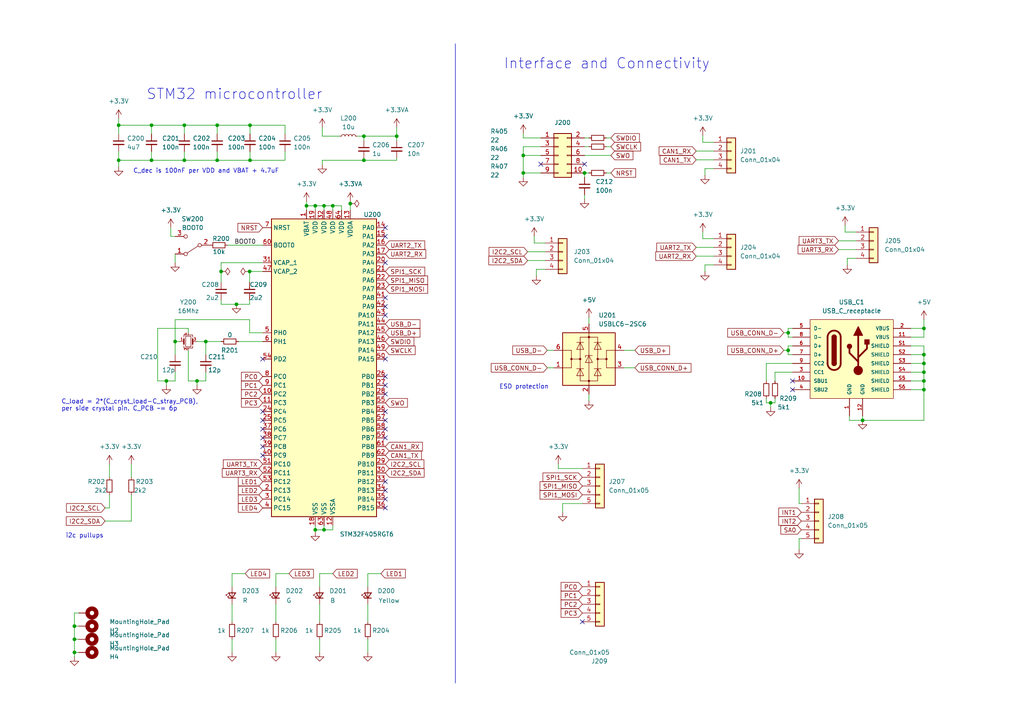
<source format=kicad_sch>
(kicad_sch (version 20230121) (generator eeschema)
  (paper "A4")
  (junction (at 267.97 105.41))
  (junction (at 62.992 36.322))
  (junction (at 59.69 99.06))
  (junction (at 34.417 36.322))
  (junction (at 72.517 36.322))
  (junction (at 53.467 36.322))
  (junction (at 62.992 46.482))
  (junction (at 72.39 78.74))
  (junction (at 101.6 59.055))
  (junction (at 68.58 88.265))
  (junction (at 267.97 95.25))
  (junction (at 267.97 102.87))
  (junction (at 267.97 107.95))
  (junction (at 105.537 39.497))
  (junction (at 43.942 46.482))
  (junction (at 88.9 59.69))
  (junction (at 96.52 59.69))
  (junction (at 91.44 59.69))
  (junction (at 93.98 153.67))
  (junction (at 72.517 46.482))
  (junction (at 43.942 36.322))
  (junction (at 267.97 113.03))
  (junction (at 48.26 110.49))
  (junction (at 53.467 46.482))
  (junction (at 21.59 185.42))
  (junction (at 223.52 116.84))
  (junction (at 34.417 46.482))
  (junction (at 91.44 153.67))
  (junction (at 93.98 59.69))
  (junction (at 64.135 78.74))
  (junction (at 250.19 121.92))
  (junction (at 21.59 189.23))
  (junction (at 267.97 110.49))
  (junction (at 105.537 46.482))
  (junction (at 115.062 39.497))
  (junction (at 228.6 101.6))
  (junction (at 50.8 99.06))
  (junction (at 151.765 50.165))
  (junction (at 57.15 110.49))
  (junction (at 169.545 50.165))
  (junction (at 151.765 45.085))
  (junction (at 228.6 96.52))
  (junction (at 21.59 181.61))
  (no_connect (at 76.2 121.92))
  (no_connect (at 111.76 119.38))
  (no_connect (at 111.76 88.9))
  (no_connect (at 111.76 91.44))
  (no_connect (at 111.76 114.3))
  (no_connect (at 111.76 147.32))
  (no_connect (at 111.76 139.7))
  (no_connect (at 111.76 109.22))
  (no_connect (at 76.2 129.54))
  (no_connect (at 168.91 180.34))
  (no_connect (at 229.87 110.49))
  (no_connect (at 76.2 124.46))
  (no_connect (at 169.545 47.625))
  (no_connect (at 111.76 142.24))
  (no_connect (at 111.76 68.58))
  (no_connect (at 111.76 104.14))
  (no_connect (at 76.2 119.38))
  (no_connect (at 111.76 124.46))
  (no_connect (at 111.76 76.2))
  (no_connect (at 76.2 104.14))
  (no_connect (at 76.2 132.08))
  (no_connect (at 111.76 111.76))
  (no_connect (at 111.76 127))
  (no_connect (at 111.76 66.04))
  (no_connect (at 156.845 47.625))
  (no_connect (at 76.2 127))
  (no_connect (at 111.76 86.36))
  (no_connect (at 229.87 113.03))
  (no_connect (at 111.76 144.78))
  (no_connect (at 111.76 121.92))
  (wire (pts (xy 62.992 46.482) (xy 53.467 46.482)))
  (wire (pts (xy 267.97 105.41) (xy 267.97 107.95)))
  (wire (pts (xy 207.01 41.275) (xy 203.835 41.275)))
  (wire (pts (xy 222.25 105.41) (xy 229.87 105.41)))
  (wire (pts (xy 169.545 56.515) (xy 169.545 57.785)))
  (wire (pts (xy 169.545 40.005) (xy 170.815 40.005)))
  (wire (pts (xy 62.992 36.322) (xy 53.467 36.322)))
  (wire (pts (xy 88.9 58.42) (xy 88.9 59.69)))
  (wire (pts (xy 169.545 50.165) (xy 169.545 51.435)))
  (wire (pts (xy 43.942 46.482) (xy 34.417 46.482)))
  (wire (pts (xy 21.59 181.61) (xy 21.59 185.42)))
  (wire (pts (xy 264.16 105.41) (xy 267.97 105.41)))
  (wire (pts (xy 223.52 116.84) (xy 222.25 116.84)))
  (wire (pts (xy 175.895 40.005) (xy 177.165 40.005)))
  (wire (pts (xy 21.59 185.42) (xy 21.59 189.23)))
  (wire (pts (xy 115.062 45.847) (xy 115.062 46.482)))
  (wire (pts (xy 267.97 113.03) (xy 267.97 121.92)))
  (wire (pts (xy 267.97 97.79) (xy 267.97 95.25)))
  (wire (pts (xy 59.69 99.06) (xy 64.135 99.06)))
  (wire (pts (xy 50.8 107.95) (xy 50.8 110.49)))
  (wire (pts (xy 21.59 189.23) (xy 22.86 189.23)))
  (wire (pts (xy 180.975 101.6) (xy 184.15 101.6)))
  (wire (pts (xy 232.41 156.21) (xy 231.775 156.21)))
  (wire (pts (xy 151.765 40.005) (xy 156.845 40.005)))
  (wire (pts (xy 69.215 99.06) (xy 76.2 99.06)))
  (wire (pts (xy 72.517 46.482) (xy 62.992 46.482)))
  (wire (pts (xy 264.16 100.33) (xy 267.97 100.33)))
  (wire (pts (xy 67.31 185.42) (xy 67.31 189.23)))
  (wire (pts (xy 151.765 45.085) (xy 151.765 50.165)))
  (wire (pts (xy 161.925 135.89) (xy 161.925 134.62)))
  (wire (pts (xy 72.517 43.942) (xy 72.517 46.482)))
  (wire (pts (xy 158.75 101.6) (xy 160.655 101.6)))
  (wire (pts (xy 158.75 106.68) (xy 160.655 106.68)))
  (wire (pts (xy 222.25 110.49) (xy 222.25 105.41)))
  (wire (pts (xy 57.15 110.49) (xy 59.69 110.49)))
  (wire (pts (xy 264.16 107.95) (xy 267.97 107.95)))
  (wire (pts (xy 170.815 114.3) (xy 170.815 116.205)))
  (wire (pts (xy 267.97 121.92) (xy 250.19 121.92)))
  (wire (pts (xy 267.97 95.25) (xy 267.97 92.71)))
  (wire (pts (xy 207.01 69.215) (xy 203.835 69.215)))
  (wire (pts (xy 80.01 175.26) (xy 80.01 180.34)))
  (wire (pts (xy 67.31 175.26) (xy 67.31 180.34)))
  (wire (pts (xy 115.062 39.497) (xy 105.537 39.497)))
  (wire (pts (xy 53.467 36.322) (xy 53.467 38.862)))
  (wire (pts (xy 267.97 107.95) (xy 267.97 110.49)))
  (wire (pts (xy 31.75 143.51) (xy 31.75 147.32)))
  (wire (pts (xy 245.11 67.31) (xy 245.11 65.405)))
  (wire (pts (xy 82.677 36.322) (xy 72.517 36.322)))
  (wire (pts (xy 227.33 101.6) (xy 228.6 101.6)))
  (wire (pts (xy 264.16 97.79) (xy 267.97 97.79)))
  (wire (pts (xy 83.82 166.37) (xy 80.01 166.37)))
  (wire (pts (xy 222.25 116.84) (xy 222.25 115.57)))
  (wire (pts (xy 45.72 110.49) (xy 48.26 110.49)))
  (wire (pts (xy 72.39 86.995) (xy 72.39 88.265)))
  (wire (pts (xy 228.6 96.52) (xy 228.6 95.25)))
  (wire (pts (xy 101.6 58.42) (xy 101.6 59.055)))
  (wire (pts (xy 53.467 46.482) (xy 43.942 46.482)))
  (wire (pts (xy 228.6 97.79) (xy 228.6 96.52)))
  (wire (pts (xy 264.16 102.87) (xy 267.97 102.87)))
  (wire (pts (xy 106.68 185.42) (xy 106.68 189.23)))
  (wire (pts (xy 204.47 76.835) (xy 204.47 78.74)))
  (wire (pts (xy 158.115 70.485) (xy 154.94 70.485)))
  (wire (pts (xy 169.545 42.545) (xy 170.815 42.545)))
  (wire (pts (xy 201.93 74.295) (xy 207.01 74.295)))
  (wire (pts (xy 99.06 59.69) (xy 96.52 59.69)))
  (wire (pts (xy 154.94 70.485) (xy 154.94 68.58)))
  (wire (pts (xy 96.52 59.69) (xy 93.98 59.69)))
  (wire (pts (xy 54.61 101.6) (xy 54.61 110.49)))
  (wire (pts (xy 92.71 185.42) (xy 92.71 189.23)))
  (wire (pts (xy 115.062 36.957) (xy 115.062 39.497)))
  (wire (pts (xy 72.39 78.74) (xy 76.2 78.74)))
  (wire (pts (xy 151.765 42.545) (xy 151.765 45.085)))
  (wire (pts (xy 59.69 107.95) (xy 59.69 110.49)))
  (wire (pts (xy 21.59 185.42) (xy 22.86 185.42)))
  (wire (pts (xy 71.12 166.37) (xy 67.31 166.37)))
  (wire (pts (xy 169.545 45.085) (xy 177.165 45.085)))
  (wire (pts (xy 53.467 36.322) (xy 43.942 36.322)))
  (wire (pts (xy 54.61 96.52) (xy 54.61 95.25)))
  (wire (pts (xy 64.135 88.265) (xy 68.58 88.265)))
  (wire (pts (xy 91.44 59.69) (xy 91.44 60.96)))
  (wire (pts (xy 92.71 166.37) (xy 92.71 170.18)))
  (wire (pts (xy 250.19 121.92) (xy 246.38 121.92)))
  (wire (pts (xy 72.39 88.265) (xy 68.58 88.265)))
  (wire (pts (xy 93.472 39.497) (xy 98.552 39.497)))
  (wire (pts (xy 243.205 72.39) (xy 248.285 72.39)))
  (wire (pts (xy 38.1 143.51) (xy 38.1 151.13)))
  (wire (pts (xy 62.992 43.942) (xy 62.992 46.482)))
  (wire (pts (xy 72.517 36.322) (xy 62.992 36.322)))
  (wire (pts (xy 106.68 175.26) (xy 106.68 180.34)))
  (wire (pts (xy 57.15 110.49) (xy 57.15 111.76)))
  (wire (pts (xy 54.61 95.25) (xy 45.72 95.25)))
  (wire (pts (xy 229.87 102.87) (xy 228.6 102.87)))
  (wire (pts (xy 93.472 46.482) (xy 105.537 46.482)))
  (wire (pts (xy 21.59 177.8) (xy 22.86 177.8)))
  (wire (pts (xy 224.79 115.57) (xy 224.79 116.84)))
  (wire (pts (xy 170.815 92.075) (xy 170.815 93.98)))
  (wire (pts (xy 228.6 102.87) (xy 228.6 101.6)))
  (wire (pts (xy 88.9 59.69) (xy 88.9 60.96)))
  (wire (pts (xy 228.6 100.33) (xy 229.87 100.33)))
  (wire (pts (xy 57.15 99.06) (xy 59.69 99.06)))
  (wire (pts (xy 115.062 40.767) (xy 115.062 39.497)))
  (wire (pts (xy 158.115 78.105) (xy 155.575 78.105)))
  (wire (pts (xy 64.135 86.995) (xy 64.135 88.265)))
  (wire (pts (xy 93.98 59.69) (xy 93.98 60.96)))
  (wire (pts (xy 245.745 74.93) (xy 245.745 76.835)))
  (wire (pts (xy 21.59 189.23) (xy 21.59 190.5)))
  (wire (pts (xy 228.6 101.6) (xy 228.6 100.33)))
  (wire (pts (xy 96.52 152.4) (xy 96.52 153.67)))
  (wire (pts (xy 224.79 110.49) (xy 224.79 107.95)))
  (wire (pts (xy 82.677 46.482) (xy 72.517 46.482)))
  (wire (pts (xy 59.69 99.06) (xy 59.69 102.87)))
  (wire (pts (xy 50.8 68.58) (xy 49.53 68.58)))
  (wire (pts (xy 99.06 60.96) (xy 99.06 59.69)))
  (wire (pts (xy 203.835 69.215) (xy 203.835 67.31)))
  (wire (pts (xy 264.16 110.49) (xy 267.97 110.49)))
  (wire (pts (xy 207.01 76.835) (xy 204.47 76.835)))
  (wire (pts (xy 246.38 121.92) (xy 246.38 120.65)))
  (wire (pts (xy 92.71 175.26) (xy 92.71 180.34)))
  (wire (pts (xy 30.48 147.32) (xy 31.75 147.32)))
  (wire (pts (xy 156.845 42.545) (xy 151.765 42.545)))
  (wire (pts (xy 82.677 38.862) (xy 82.677 36.322)))
  (wire (pts (xy 156.845 50.165) (xy 151.765 50.165)))
  (wire (pts (xy 101.6 59.055) (xy 101.6 60.96)))
  (wire (pts (xy 93.98 152.4) (xy 93.98 153.67)))
  (wire (pts (xy 223.52 116.84) (xy 223.52 118.11)))
  (wire (pts (xy 201.93 46.355) (xy 207.01 46.355)))
  (wire (pts (xy 105.537 39.497) (xy 105.537 40.767)))
  (wire (pts (xy 21.59 181.61) (xy 22.86 181.61)))
  (wire (pts (xy 93.472 47.752) (xy 93.472 46.482)))
  (wire (pts (xy 267.97 102.87) (xy 267.97 105.41)))
  (wire (pts (xy 53.467 43.942) (xy 53.467 46.482)))
  (wire (pts (xy 96.52 59.69) (xy 96.52 60.96)))
  (wire (pts (xy 96.52 153.67) (xy 93.98 153.67)))
  (wire (pts (xy 115.062 46.482) (xy 105.537 46.482)))
  (polyline (pts (xy 132.08 12.7) (xy 132.08 198.12)))
  (wire (pts (xy 203.835 41.275) (xy 203.835 39.37)))
  (wire (pts (xy 43.942 36.322) (xy 43.942 38.862)))
  (wire (pts (xy 31.75 134.62) (xy 31.75 138.43)))
  (wire (pts (xy 201.93 43.815) (xy 207.01 43.815)))
  (wire (pts (xy 62.992 36.322) (xy 62.992 38.862)))
  (wire (pts (xy 21.59 181.61) (xy 21.59 177.8)))
  (wire (pts (xy 43.942 43.942) (xy 43.942 46.482)))
  (wire (pts (xy 163.195 146.05) (xy 163.195 148.59)))
  (wire (pts (xy 201.93 71.755) (xy 207.01 71.755)))
  (wire (pts (xy 153.035 75.565) (xy 158.115 75.565)))
  (wire (pts (xy 72.517 36.322) (xy 72.517 38.862)))
  (wire (pts (xy 80.01 166.37) (xy 80.01 170.18)))
  (wire (pts (xy 93.472 36.957) (xy 93.472 39.497)))
  (wire (pts (xy 155.575 78.105) (xy 155.575 80.01)))
  (wire (pts (xy 168.91 135.89) (xy 161.925 135.89)))
  (wire (pts (xy 204.47 48.895) (xy 204.47 50.8)))
  (wire (pts (xy 52.07 99.06) (xy 50.8 99.06)))
  (wire (pts (xy 72.39 92.71) (xy 50.8 92.71)))
  (wire (pts (xy 34.417 34.417) (xy 34.417 36.322)))
  (wire (pts (xy 50.8 99.06) (xy 50.8 102.87)))
  (wire (pts (xy 231.775 141.605) (xy 231.775 146.05)))
  (wire (pts (xy 175.895 42.545) (xy 177.165 42.545)))
  (wire (pts (xy 267.97 100.33) (xy 267.97 102.87)))
  (wire (pts (xy 43.942 36.322) (xy 34.417 36.322)))
  (wire (pts (xy 248.285 67.31) (xy 245.11 67.31)))
  (wire (pts (xy 264.16 113.03) (xy 267.97 113.03)))
  (wire (pts (xy 67.31 166.37) (xy 67.31 170.18)))
  (wire (pts (xy 50.8 73.66) (xy 50.8 76.2)))
  (wire (pts (xy 34.417 43.942) (xy 34.417 46.482)))
  (wire (pts (xy 38.1 134.62) (xy 38.1 138.43)))
  (wire (pts (xy 91.44 152.4) (xy 91.44 153.67)))
  (wire (pts (xy 48.26 110.49) (xy 48.26 111.76)))
  (wire (pts (xy 34.417 46.482) (xy 34.417 48.387)))
  (wire (pts (xy 64.135 78.74) (xy 64.135 76.2)))
  (wire (pts (xy 72.39 96.52) (xy 72.39 92.71)))
  (wire (pts (xy 267.97 110.49) (xy 267.97 113.03)))
  (wire (pts (xy 168.91 146.05) (xy 163.195 146.05)))
  (wire (pts (xy 91.44 59.69) (xy 88.9 59.69)))
  (wire (pts (xy 151.765 50.165) (xy 151.765 51.435)))
  (wire (pts (xy 106.68 166.37) (xy 106.68 170.18)))
  (wire (pts (xy 228.6 95.25) (xy 229.87 95.25)))
  (wire (pts (xy 250.19 120.65) (xy 250.19 121.92)))
  (wire (pts (xy 80.01 185.42) (xy 80.01 189.23)))
  (wire (pts (xy 229.87 97.79) (xy 228.6 97.79)))
  (wire (pts (xy 72.39 81.915) (xy 72.39 78.74)))
  (wire (pts (xy 224.79 116.84) (xy 223.52 116.84)))
  (wire (pts (xy 243.205 69.85) (xy 248.285 69.85)))
  (wire (pts (xy 50.8 110.49) (xy 48.26 110.49)))
  (wire (pts (xy 76.2 96.52) (xy 72.39 96.52)))
  (wire (pts (xy 105.537 46.482) (xy 105.537 45.847)))
  (wire (pts (xy 105.537 39.497) (xy 103.632 39.497)))
  (wire (pts (xy 91.44 153.67) (xy 91.44 154.305)))
  (wire (pts (xy 54.61 110.49) (xy 57.15 110.49)))
  (wire (pts (xy 175.895 50.165) (xy 177.165 50.165)))
  (wire (pts (xy 231.775 156.21) (xy 231.775 159.385)))
  (wire (pts (xy 151.765 45.085) (xy 156.845 45.085)))
  (wire (pts (xy 45.72 95.25) (xy 45.72 110.49)))
  (wire (pts (xy 38.1 151.13) (xy 30.48 151.13)))
  (wire (pts (xy 82.677 43.942) (xy 82.677 46.482)))
  (wire (pts (xy 224.79 107.95) (xy 229.87 107.95)))
  (wire (pts (xy 169.545 50.165) (xy 170.815 50.165)))
  (wire (pts (xy 34.417 36.322) (xy 34.417 38.862)))
  (wire (pts (xy 64.135 81.915) (xy 64.135 78.74)))
  (wire (pts (xy 110.49 166.37) (xy 106.68 166.37)))
  (wire (pts (xy 151.765 38.735) (xy 151.765 40.005)))
  (wire (pts (xy 180.975 106.68) (xy 184.15 106.68)))
  (wire (pts (xy 227.33 96.52) (xy 228.6 96.52)))
  (wire (pts (xy 93.98 153.67) (xy 91.44 153.67)))
  (wire (pts (xy 96.52 166.37) (xy 92.71 166.37)))
  (wire (pts (xy 248.285 74.93) (xy 245.745 74.93)))
  (wire (pts (xy 231.775 146.05) (xy 232.41 146.05)))
  (wire (pts (xy 66.04 71.12) (xy 76.2 71.12)))
  (wire (pts (xy 50.8 92.71) (xy 50.8 99.06)))
  (wire (pts (xy 49.53 68.58) (xy 49.53 66.04)))
  (wire (pts (xy 207.01 48.895) (xy 204.47 48.895)))
  (wire (pts (xy 93.98 59.69) (xy 91.44 59.69)))
  (wire (pts (xy 264.16 95.25) (xy 267.97 95.25)))
  (wire (pts (xy 153.035 73.025) (xy 158.115 73.025)))
  (wire (pts (xy 64.135 76.2) (xy 76.2 76.2)))
  (text "Interface and Connectivity\n" (at 146.05 20.32 0) (effects (font (size 3 3)) (justify left bottom)))
  (text "i2c pullups" (at 19.05 156.21 0) (effects (font (size 1.27 1.27)) (justify left bottom)))
  (text "C_load = 2*(C_cryst_load-C_stray_PCB),\nper side crystal pin. C_PCB ~= 6p\n" (at 17.78 119.38 0) (effects (font (size 1.27 1.27)) (justify left bottom)))
  (text "ESD protection" (at 144.78 113.03 0) (effects (font (size 1.27 1.27)) (justify left bottom)))
  (text "STM32 microcontroller\n" (at 42.418 29.21 0) (effects (font (size 3 3)) (justify left bottom)))
  (text "C_dec is 100nF per VDD and VBAT + 4.7uF\n" (at 38.608 50.419 0) (effects (font (size 1.27 1.27)) (justify left bottom)))
  (label "BOOT0" (at 67.945 71.12 0))
  (global_label "SWCLK" (shape input) (at 177.165 42.545 0) (property "Intersheetrefs" "${INTERSHEET_REFS}" (effects hide)))
  (global_label "USB_CONN_D+" (shape input) (at 184.15 106.68 0) (property "Intersheetrefs" "${INTERSHEET_REFS}" (effects hide)))
  (global_label "PC1" (shape input) (at 76.2 111.76 180) (property "Intersheetrefs" "${INTERSHEET_REFS}" (effects hide)))
  (global_label "CAN1_TX" (shape input) (at 111.76 132.08 0) (property "Intersheetrefs" "${INTERSHEET_REFS}" (effects hide)))
  (global_label "USB_CONN_D+" (shape input) (at 227.33 101.6 180) (property "Intersheetrefs" "${INTERSHEET_REFS}" (effects hide)))
  (global_label "CAN1_RX" (shape input) (at 201.93 43.815 180) (property "Intersheetrefs" "${INTERSHEET_REFS}" (effects hide)))
  (global_label "SPI1_MOSI" (shape input) (at 168.91 143.51 180) (property "Intersheetrefs" "${INTERSHEET_REFS}" (effects hide)))
  (global_label "LED2" (shape input) (at 96.52 166.37 0) (property "Intersheetrefs" "${INTERSHEET_REFS}" (effects hide)))
  (global_label "INT1" (shape input) (at 232.41 148.59 180) (property "Intersheetrefs" "${INTERSHEET_REFS}" (effects hide)))
  (global_label "I2C2_SDA" (shape input) (at 111.76 137.16 0) (property "Intersheetrefs" "${INTERSHEET_REFS}" (effects hide)))
  (global_label "LED1" (shape input) (at 110.49 166.37 0) (property "Intersheetrefs" "${INTERSHEET_REFS}" (effects hide)))
  (global_label "USB_D+" (shape input) (at 111.76 96.52 0) (property "Intersheetrefs" "${INTERSHEET_REFS}" (effects hide)))
  (global_label "USB_D-" (shape input) (at 111.76 93.98 0) (property "Intersheetrefs" "${INTERSHEET_REFS}" (effects hide)))
  (global_label "PC0" (shape input) (at 76.2 109.22 180) (property "Intersheetrefs" "${INTERSHEET_REFS}" (effects hide)))
  (global_label "I2C2_SDA" (shape input) (at 153.035 75.565 180) (property "Intersheetrefs" "${INTERSHEET_REFS}" (effects hide)))
  (global_label "UART3_TX" (shape input) (at 243.205 69.85 180) (property "Intersheetrefs" "${INTERSHEET_REFS}" (effects hide)))
  (global_label "SWO" (shape input) (at 177.165 45.085 0) (property "Intersheetrefs" "${INTERSHEET_REFS}" (effects hide)))
  (global_label "NRST" (shape input) (at 177.165 50.165 0) (property "Intersheetrefs" "${INTERSHEET_REFS}" (effects hide)))
  (global_label "UART3_TX" (shape input) (at 76.2 134.62 180) (property "Intersheetrefs" "${INTERSHEET_REFS}" (effects hide)))
  (global_label "SPI1_MISO" (shape input) (at 168.91 140.97 180) (property "Intersheetrefs" "${INTERSHEET_REFS}" (effects hide)))
  (global_label "PC2" (shape input) (at 168.91 175.26 180) (property "Intersheetrefs" "${INTERSHEET_REFS}" (effects hide)))
  (global_label "LED3" (shape input) (at 76.2 144.78 180) (property "Intersheetrefs" "${INTERSHEET_REFS}" (effects hide)))
  (global_label "SPI1_MOSI" (shape input) (at 111.76 83.82 0) (property "Intersheetrefs" "${INTERSHEET_REFS}" (effects hide)))
  (global_label "I2C2_SCL" (shape input) (at 30.48 147.32 180) (property "Intersheetrefs" "${INTERSHEET_REFS}" (effects hide)))
  (global_label "SPI1_SCK" (shape input) (at 111.76 78.74 0) (property "Intersheetrefs" "${INTERSHEET_REFS}" (effects hide)))
  (global_label "UART2_TX" (shape input) (at 201.93 71.755 180) (property "Intersheetrefs" "${INTERSHEET_REFS}" (effects hide)))
  (global_label "NRST" (shape input) (at 76.2 66.04 180) (property "Intersheetrefs" "${INTERSHEET_REFS}" (effects hide)))
  (global_label "USB_CONN_D-" (shape input) (at 227.33 96.52 180) (property "Intersheetrefs" "${INTERSHEET_REFS}" (effects hide)))
  (global_label "UART3_RX" (shape input) (at 76.2 137.16 180) (property "Intersheetrefs" "${INTERSHEET_REFS}" (effects hide)))
  (global_label "LED1" (shape input) (at 76.2 139.7 180) (property "Intersheetrefs" "${INTERSHEET_REFS}" (effects hide)))
  (global_label "PC3" (shape input) (at 168.91 177.8 180) (property "Intersheetrefs" "${INTERSHEET_REFS}" (effects hide)))
  (global_label "CAN1_RX" (shape input) (at 111.76 129.54 0) (property "Intersheetrefs" "${INTERSHEET_REFS}" (effects hide)))
  (global_label "I2C2_SCL" (shape input) (at 153.035 73.025 180) (property "Intersheetrefs" "${INTERSHEET_REFS}" (effects hide)))
  (global_label "INT2" (shape input) (at 232.41 151.13 180) (property "Intersheetrefs" "${INTERSHEET_REFS}" (effects hide)))
  (global_label "UART3_RX" (shape input) (at 243.205 72.39 180) (property "Intersheetrefs" "${INTERSHEET_REFS}" (effects hide)))
  (global_label "SWDIO" (shape input) (at 111.76 99.06 0) (property "Intersheetrefs" "${INTERSHEET_REFS}" (effects hide)))
  (global_label "PC0" (shape input) (at 168.91 170.18 180) (property "Intersheetrefs" "${INTERSHEET_REFS}" (effects hide)))
  (global_label "USB_D-" (shape input) (at 158.75 101.6 180) (property "Intersheetrefs" "${INTERSHEET_REFS}" (effects hide)))
  (global_label "UART2_TX" (shape input) (at 111.76 71.12 0) (property "Intersheetrefs" "${INTERSHEET_REFS}" (effects hide)))
  (global_label "I2C2_SCL" (shape input) (at 111.76 134.62 0) (property "Intersheetrefs" "${INTERSHEET_REFS}" (effects hide)))
  (global_label "USB_D+" (shape input) (at 184.15 101.6 0) (property "Intersheetrefs" "${INTERSHEET_REFS}" (effects hide)))
  (global_label "USB_CONN_D-" (shape input) (at 158.75 106.68 180) (property "Intersheetrefs" "${INTERSHEET_REFS}" (effects hide)))
  (global_label "UART2_RX" (shape input) (at 111.76 73.66 0) (property "Intersheetrefs" "${INTERSHEET_REFS}" (effects hide)))
  (global_label "PC2" (shape input) (at 76.2 114.3 180) (property "Intersheetrefs" "${INTERSHEET_REFS}" (effects hide)))
  (global_label "SWO" (shape input) (at 111.76 116.84 0) (property "Intersheetrefs" "${INTERSHEET_REFS}" (effects hide)))
  (global_label "LED3" (shape input) (at 83.82 166.37 0) (property "Intersheetrefs" "${INTERSHEET_REFS}" (effects hide)))
  (global_label "CAN1_TX" (shape input) (at 201.93 46.355 180) (property "Intersheetrefs" "${INTERSHEET_REFS}" (effects hide)))
  (global_label "PC3" (shape input) (at 76.2 116.84 180) (property "Intersheetrefs" "${INTERSHEET_REFS}" (effects hide)))
  (global_label "PC1" (shape input) (at 168.91 172.72 180) (property "Intersheetrefs" "${INTERSHEET_REFS}" (effects hide)))
  (global_label "LED2" (shape input) (at 76.2 142.24 180) (property "Intersheetrefs" "${INTERSHEET_REFS}" (effects hide)))
  (global_label "I2C2_SDA" (shape input) (at 30.48 151.13 180) (property "Intersheetrefs" "${INTERSHEET_REFS}" (effects hide)))
  (global_label "LED4" (shape input) (at 71.12 166.37 0) (property "Intersheetrefs" "${INTERSHEET_REFS}" (effects hide)))
  (global_label "SPI1_SCK" (shape input) (at 168.91 138.43 180) (property "Intersheetrefs" "${INTERSHEET_REFS}" (effects hide)))
  (global_label "SA0" (shape input) (at 232.41 153.67 180) (property "Intersheetrefs" "${INTERSHEET_REFS}" (effects hide)))
  (global_label "SWCLK" (shape input) (at 111.76 101.6 0) (property "Intersheetrefs" "${INTERSHEET_REFS}" (effects hide)))
  (global_label "SPI1_MISO" (shape input) (at 111.76 81.28 0) (property "Intersheetrefs" "${INTERSHEET_REFS}" (effects hide)))
  (global_label "SWDIO" (shape input) (at 177.165 40.005 0) (property "Intersheetrefs" "${INTERSHEET_REFS}" (effects hide)))
  (global_label "LED4" (shape input) (at 76.2 147.32 180) (property "Intersheetrefs" "${INTERSHEET_REFS}" (effects hide)))
  (global_label "UART2_RX" (shape input) (at 201.93 74.295 180) (property "Intersheetrefs" "${INTERSHEET_REFS}" (effects hide)))
  (symbol (lib_id "power:GND") (at 163.195 148.59 0) (unit 1)
    (property "Reference" "#PWR0159" (effects hide))
    (property "Value" "GND" (effects hide))
  )
  (symbol (lib_id "power:GND") (at 231.775 159.385 0) (unit 1)
    (property "Reference" "#PWR0161" (effects hide))
    (property "Value" "GND" (effects hide))
  )
  (symbol (lib_id "Mechanical:MountingHole_Pad") (at 25.4 185.42 270) (unit 1)
    (property "Reference" "H3" (at 31.75 186.69 90) (effects (justify left)))
    (property "Value" "MountingHole_Pad" (at 31.75 184.15 90) (effects (justify left)))
    (property "Footprint" "MountingHole:MountingHole_3.2mm_M3_Pad_Via" (effects hide))
  )
  (symbol (lib_id "power:+3.3V") (at 31.75 134.62 0) (unit 1)
    (property "Reference" "#PWR0128" (effects hide))
    (property "Value" "+3.3V" (at 31.75 129.54 0))
  )
  (symbol (lib_id "power:GND") (at 67.31 189.23 0) (unit 1)
    (property "Reference" "#PWR0137" (effects hide))
    (property "Value" "GND" (effects hide))
  )
  (symbol (lib_id "Device:R_Small") (at 222.25 113.03 180) (unit 1)
    (property "Reference" "R208" (at 218.44 114.3 0))
    (property "Value" "5k1" (at 219.71 116.84 0))
    (property "Footprint" "Resistor_SMD:R_0603_1608Metric" (effects hide))
    (property "PARTREV" "C25804" (effects hide))
  )
  (symbol (lib_id "power:+5V") (at 267.97 92.71 0) (unit 1)
    (property "Reference" "#PWR0151" (effects hide))
    (property "Value" "+5V" (at 267.97 87.63 0))
  )
  (symbol (lib_id "Device:LED_Small") (at 67.31 172.72 90) (unit 1)
    (property "Reference" "D203" (at 70.104 171.3864 90) (effects (justify right)))
    (property "Value" "R" (at 70.358 174.1804 90) (effects (justify right)))
    (property "Footprint" "LED_SMD:LED_0603_1608Metric" (effects hide))
    (property "PARTREV" "C84256" (effects hide))
  )
  (symbol (lib_id "power:PWR_FLAG") (at 101.6 59.055 270) (unit 1)
    (property "Reference" "#FLG0105" (effects hide))
    (property "Value" "PWR_FLAG" (effects hide))
  )
  (symbol (lib_id "power:+3.3V") (at 203.835 67.31 0) (unit 1)
    (property "Reference" "#PWR0144" (effects hide))
    (property "Value" "+3.3V" (at 203.835 62.23 0))
  )
  (symbol (lib_id "power:GND") (at 91.44 154.305 0) (unit 1)
    (property "Reference" "#PWR0132" (effects hide))
    (property "Value" "GND" (effects hide))
  )
  (symbol (lib_id "Connector_Generic:Conn_01x04") (at 163.195 73.025 0) (unit 1)
    (property "Reference" "J203" (at 166.37 73.0249 0) (effects (justify left)))
    (property "Value" "Conn_01x04" (at 166.37 75.5649 0) (effects (justify left)))
    (property "Footprint" "Connector_PinSocket_2.54mm:PinSocket_1x04_P2.54mm_Vertical" (effects hide))
  )
  (symbol (lib_id "power:PWR_FLAG") (at 64.135 78.74 270) (unit 1)
    (property "Reference" "#FLG0103" (effects hide))
    (property "Value" "PWR_FLAG" (effects hide))
  )
  (symbol (lib_id "power:GND") (at 48.26 111.76 0) (unit 1)
    (property "Reference" "#PWR0126" (effects hide))
    (property "Value" "GND" (effects hide))
  )
  (symbol (lib_id "Device:C_Small") (at 53.467 41.402 0) (unit 1)
    (property "Reference" "C202" (at 55.88 40.1382 0) (effects (justify left)))
    (property "Value" "100n" (at 55.88 42.6782 0) (effects (justify left)))
    (property "Footprint" "Capacitor_SMD:C_0603_1608Metric" (effects hide))
    (property "PARTREV" "C14663" (effects hide))
  )
  (symbol (lib_id "power:GND") (at 151.765 51.435 0) (unit 1)
    (property "Reference" "#PWR0140" (effects hide))
    (property "Value" "GND" (effects hide))
  )
  (symbol (lib_id "Connector_Generic:Conn_01x04") (at 212.09 71.755 0) (unit 1)
    (property "Reference" "J204" (at 214.63 71.7549 0) (effects (justify left)))
    (property "Value" "Conn_01x04" (at 214.63 74.2949 0) (effects (justify left)))
    (property "Footprint" "Connector_PinSocket_2.54mm:PinSocket_1x04_P2.54mm_Vertical" (effects hide))
  )
  (symbol (lib_id "Device:C_Small") (at 72.517 41.402 0) (unit 1)
    (property "Reference" "C204" (at 74.93 40.1382 0) (effects (justify left)))
    (property "Value" "100n" (at 74.93 42.6782 0) (effects (justify left)))
    (property "Footprint" "Capacitor_SMD:C_0603_1608Metric" (effects hide))
    (property "PARTREV" "C14663" (effects hide))
  )
  (symbol (lib_id "Mechanical:MountingHole_Pad") (at 25.4 177.8 270) (unit 1)
    (property "Reference" "H1" (effects hide))
    (property "Value" "MountingHole_Pad" (effects hide))
    (property "Footprint" "MountingHole:MountingHole_3.2mm_M3_Pad_Via" (effects hide))
  )
  (symbol (lib_id "Device:R_Small") (at 173.355 50.165 90) (unit 1)
    (property "Reference" "R407" (at 144.78 48.26 90))
    (property "Value" "22" (at 143.51 50.8 90))
    (property "Footprint" "Resistor_SMD:R_0603_1608Metric" (effects hide))
    (property "PARTREV" "C227717" (effects hide))
  )
  (symbol (lib_id "power:+5V") (at 170.815 92.075 0) (unit 1)
    (property "Reference" "#PWR0154" (effects hide))
    (property "Value" "+5V" (at 170.815 86.995 0))
  )
  (symbol (lib_id "power:GND") (at 50.8 76.2 0) (unit 1)
    (property "Reference" "#PWR0121" (effects hide))
    (property "Value" "GND" (effects hide))
  )
  (symbol (lib_id "power:+3.3VA") (at 101.6 58.42 0) (unit 1)
    (property "Reference" "#PWR0122" (effects hide))
    (property "Value" "+3.3VA" (at 101.6 53.34 0))
  )
  (symbol (lib_id "Device:R_Small") (at 80.01 182.88 180) (unit 1)
    (property "Reference" "R206" (at 83.82 182.88 0))
    (property "Value" "1k" (at 76.962 182.88 0))
    (property "Footprint" "Resistor_SMD:R_0603_1608Metric" (effects hide))
    (property "PARTREV" "C25804" (effects hide))
  )
  (symbol (lib_id "Connector_Generic:Conn_01x05") (at 173.99 140.97 0) (unit 1)
    (property "Reference" "J207" (at 176.53 139.6999 0) (effects (justify left)))
    (property "Value" "Conn_01x05" (at 176.53 142.2399 0) (effects (justify left)))
    (property "Footprint" "Connector_PinSocket_2.54mm:PinSocket_1x05_P2.54mm_Vertical" (effects hide))
  )
  (symbol (lib_id "power:+3.3VA") (at 115.062 36.957 0) (unit 1)
    (property "Reference" "#PWR0125" (effects hide))
    (property "Value" "+3.3VA" (at 115.062 31.877 0))
  )
  (symbol (lib_id "power:GND") (at 68.58 88.265 0) (unit 1)
    (property "Reference" "#PWR0120" (effects hide))
    (property "Value" "GND" (effects hide))
  )
  (symbol (lib_id "power:GND") (at 106.68 189.23 0) (unit 1)
    (property "Reference" "#PWR0135" (effects hide))
    (property "Value" "GND" (effects hide))
  )
  (symbol (lib_id "power:+3.3V") (at 88.9 58.42 0) (unit 1)
    (property "Reference" "#PWR0134" (effects hide))
    (property "Value" "+3.3V" (at 88.9 53.34 0))
  )
  (symbol (lib_id "Mechanical:MountingHole_Pad") (at 25.4 189.23 270) (unit 1)
    (property "Reference" "H4" (at 31.75 190.5 90) (effects (justify left)))
    (property "Value" "MountingHole_Pad" (at 31.75 187.96 90) (effects (justify left)))
    (property "Footprint" "MountingHole:MountingHole_3.2mm_M3_Pad_Via" (effects hide))
  )
  (symbol (lib_id "Power_Protection:USBLC6-2SC6") (at 170.815 104.14 0) (unit 1)
    (property "Reference" "U201" (at 173.5837 91.44 0) (effects (justify left)))
    (property "Value" "USBLC6-2SC6" (at 173.5837 93.98 0) (effects (justify left)))
    (property "Footprint" "Package_TO_SOT_SMD:SOT-23-6" (effects hide))
    (property "Datasheet" "https://www.st.com/resource/en/datasheet/usblc6-2.pdf" (effects hide))
    (property "PARTREV" "C5261088" (effects hide))
    (property "Mouser" "511-USBLC6-2SC6" (effects hide))
  )
  (symbol (lib_id "Device:C_Small") (at 82.677 41.402 0) (unit 1)
    (property "Reference" "C205" (at 85.09 40.1382 0) (effects (justify left)))
    (property "Value" "100n" (at 85.09 42.6782 0) (effects (justify left)))
    (property "Footprint" "Capacitor_SMD:C_0603_1608Metric" (effects hide))
    (property "PARTREV" "C14663" (effects hide))
  )
  (symbol (lib_id "Connector_Generic:Conn_01x04") (at 212.09 43.815 0) (unit 1)
    (property "Reference" "J201" (at 214.63 43.8149 0) (effects (justify left)))
    (property "Value" "Conn_01x04" (at 214.63 46.3549 0) (effects (justify left)))
    (property "Footprint" "Connector_PinSocket_2.54mm:PinSocket_1x04_P2.54mm_Vertical" (effects hide))
  )
  (symbol (lib_id "power:+3.3V") (at 231.775 141.605 0) (unit 1)
    (property "Reference" "#PWR0162" (effects hide))
    (property "Value" "+3.3V" (at 231.775 136.525 0))
  )
  (symbol (lib_id "power:+3.3V") (at 49.53 66.04 0) (unit 1)
    (property "Reference" "#PWR0133" (effects hide))
    (property "Value" "+3.3V" (at 49.53 60.96 0))
  )
  (symbol (lib_id "Device:Crystal_GND24_Small") (at 54.61 99.06 0) (unit 1)
    (property "Reference" "Y200" (at 54.61 87.63 0))
    (property "Value" "16Mhz" (at 54.61 90.17 0))
    (property "Footprint" "Crystal:Crystal_SMD_3225-4Pin_3.2x2.5mm" (effects hide))
    (property "PARTREV" "C13738" (effects hide))
    (property "Mouser" "815-ASEAIG-16MHZ-CST" (effects hide))
  )
  (symbol (lib_id "Device:LED_Small") (at 92.71 172.72 90) (unit 1)
    (property "Reference" "D201" (at 95.504 171.3864 90) (effects (justify right)))
    (property "Value" "B" (at 95.758 174.1804 90) (effects (justify right)))
    (property "Footprint" "LED_SMD:LED_0603_1608Metric" (effects hide))
    (property "PARTREV" "C84256" (effects hide))
  )
  (symbol (lib_id "Device:C_Small") (at 62.992 41.402 0) (unit 1)
    (property "Reference" "C203" (at 66.04 40.1382 0) (effects (justify left)))
    (property "Value" "100n" (at 66.04 42.6782 0) (effects (justify left)))
    (property "Footprint" "Capacitor_SMD:C_0603_1608Metric" (effects hide))
    (property "PARTREV" "C14663" (effects hide))
  )
  (symbol (lib_id "power:GND") (at 204.47 50.8 0) (unit 1)
    (property "Reference" "#PWR0143" (effects hide))
    (property "Value" "GND" (effects hide))
  )
  (symbol (lib_id "Device:R_Small") (at 92.71 182.88 180) (unit 1)
    (property "Reference" "R205" (at 96.52 182.88 0))
    (property "Value" "1k" (at 89.662 182.88 0))
    (property "Footprint" "Resistor_SMD:R_0603_1608Metric" (effects hide))
    (property "PARTREV" "C25804" (effects hide))
  )
  (symbol (lib_id "Device:R_Small") (at 173.355 42.545 90) (unit 1)
    (property "Reference" "R406" (at 144.78 43.18 90))
    (property "Value" "22" (at 143.51 45.72 90))
    (property "Footprint" "Resistor_SMD:R_0603_1608Metric" (effects hide))
    (property "PARTREV" "C227717" (effects hide))
  )
  (symbol (lib_id "DX07S016JA1R1500:USB_C_receptacle") (at 248.92 102.87 0) (unit 1)
    (property "Reference" "USB_C1" (at 247.015 87.63 0))
    (property "Value" "USB_C_receptacle" (at 247.015 90.17 0))
    (property "Footprint" "USB_C_Receptacle_DX07S016JA1R1500:JAE_DX07S016JA1R1500" (effects hide))
    (property "MAXIMUM_PACKAGE_HEIGHT" "3.31 mm" (effects hide))
    (property "STANDARD" "Manufacturer Recommendations" (effects hide))
    (property "PARTREV" "C5261088" (effects hide))
    (property "MANUFACTURER" "JAE Industry Ltd." (effects hide))
    (property "Mouser" "656-DX07S016JA1R1500" (effects hide))
  )
  (symbol (lib_id "Device:R_Small") (at 67.31 182.88 180) (unit 1)
    (property "Reference" "R207" (at 71.12 182.88 0))
    (property "Value" "1k" (at 64.262 182.88 0))
    (property "Footprint" "Resistor_SMD:R_0603_1608Metric" (effects hide))
    (property "PARTREV" "C25804" (effects hide))
  )
  (symbol (lib_id "power:GND") (at 223.52 118.11 0) (unit 1)
    (property "Reference" "#PWR0150" (effects hide))
    (property "Value" "GND" (effects hide))
  )
  (symbol (lib_id "MCU_ST_STM32F4:STM32F405RGTx") (at 93.98 106.68 0) (unit 1)
    (property "Reference" "U200" (at 105.41 62.23 0) (effects (justify left)))
    (property "Value" "STM32F405RGT6" (at 98.5394 154.94 0) (effects (justify left)))
    (property "Footprint" "Package_QFP:LQFP-64_10x10mm_P0.5mm" (effects hide))
    (property "Datasheet" "http://www.st.com/st-web-ui/static/active/en/resource/technical/document/datasheet/DM00037051.pdf" (effects hide))
    (property "PARTREV" "C15742" (effects hide))
    (property "Mouser" "511-STM32F405RGT6" (effects hide))
  )
  (symbol (lib_id "Device:R_Small") (at 63.5 71.12 90) (unit 1)
    (property "Reference" "R200" (at 64.135 69.215 90))
    (property "Value" "10k" (at 63.5 73.025 90))
    (property "Footprint" "Resistor_SMD:R_0603_1608Metric" (effects hide))
    (property "PARTREV" "C25804" (effects hide))
  )
  (symbol (lib_id "power:GND") (at 155.575 80.01 0) (unit 1)
    (property "Reference" "#PWR0153" (effects hide))
    (property "Value" "GND" (effects hide))
  )
  (symbol (lib_id "power:+3.3V") (at 203.835 39.37 0) (unit 1)
    (property "Reference" "#PWR0142" (effects hide))
    (property "Value" "+3.3V" (at 203.835 34.29 0))
  )
  (symbol (lib_id "power:+3.3V") (at 154.94 68.58 0) (unit 1)
    (property "Reference" "#PWR0152" (effects hide))
    (property "Value" "+3.3V" (at 154.94 63.5 0))
  )
  (symbol (lib_id "Device:C_Small") (at 43.942 41.402 0) (unit 1)
    (property "Reference" "C201" (at 46.99 40.1382 0) (effects (justify left)))
    (property "Value" "100n" (at 46.99 42.6782 0) (effects (justify left)))
    (property "Footprint" "Capacitor_SMD:C_0603_1608Metric" (effects hide))
    (property "PARTREV" "C14663" (effects hide))
  )
  (symbol (lib_id "Device:C_Small") (at 50.8 105.41 0) (unit 1)
    (property "Reference" "C210" (at 40.64 103.505 0) (effects (justify left)))
    (property "Value" "12p" (at 46.99 107.315 0) (effects (justify left)))
    (property "Footprint" "Capacitor_SMD:C_0603_1608Metric" (effects hide))
    (property "PARTREV" "C38523" (effects hide))
  )
  (symbol (lib_id "Device:C_Small") (at 169.545 53.975 0) (unit 1)
    (property "Reference" "C212" (at 172.72 52.7112 0) (effects (justify left)))
    (property "Value" "100n" (at 172.72 55.2512 0) (effects (justify left)))
    (property "Footprint" "Capacitor_SMD:C_0603_1608Metric" (effects hide))
    (property "PARTREV" "C14663" (effects hide))
  )
  (symbol (lib_id "Device:LED_Small") (at 80.01 172.72 90) (unit 1)
    (property "Reference" "D202" (at 82.804 171.3864 90) (effects (justify right)))
    (property "Value" "G" (at 83.058 174.1804 90) (effects (justify right)))
    (property "Footprint" "LED_SMD:LED_0603_1608Metric" (effects hide))
    (property "PARTREV" "C84256" (effects hide))
  )
  (symbol (lib_id "power:+3.3V") (at 38.1 134.62 0) (unit 1)
    (property "Reference" "#PWR0129" (effects hide))
    (property "Value" "+3.3V" (at 38.1 129.54 0))
  )
  (symbol (lib_id "power:GND") (at 92.71 189.23 0) (unit 1)
    (property "Reference" "#PWR0136" (effects hide))
    (property "Value" "GND" (effects hide))
  )
  (symbol (lib_id "Connector_Generic:Conn_01x05") (at 173.99 175.26 0) (unit 1)
    (property "Reference" "J209" (at 171.45 191.77 0) (effects (justify left)))
    (property "Value" "Conn_01x05" (at 165.1 189.23 0) (effects (justify left)))
    (property "Footprint" "Connector_PinSocket_2.54mm:PinSocket_1x05_P2.54mm_Vertical" (effects hide))
  )
  (symbol (lib_id "power:GND") (at 245.745 76.835 0) (unit 1)
    (property "Reference" "#PWR0149" (effects hide))
    (property "Value" "GND" (effects hide))
  )
  (symbol (lib_id "Switch:SW_SPDT") (at 55.88 71.12 180) (unit 1)
    (property "Reference" "SW200" (at 55.88 63.5 0))
    (property "Value" "BOOT0" (at 55.88 66.04 0))
    (property "Footprint" "Button_Switch_SMD:SW_SPDT_PCM12" (effects hide))
  )
  (symbol (lib_id "Device:R_Small") (at 31.75 140.97 180) (unit 1)
    (property "Reference" "R202" (at 27.94 139.7 0))
    (property "Value" "2k2" (at 29.21 142.24 0))
    (property "Footprint" "Resistor_SMD:R_0603_1608Metric" (effects hide))
    (property "PARTREV" "C23162" (effects hide))
  )
  (symbol (lib_id "Device:R_Small") (at 224.79 113.03 180) (unit 1)
    (property "Reference" "R209" (at 228.6 115.57 0))
    (property "Value" "5k1" (at 227.33 118.11 0))
    (property "Footprint" "Resistor_SMD:R_0603_1608Metric" (effects hide))
    (property "PARTREV" "C25804" (effects hide))
  )
  (symbol (lib_id "power:GND") (at 21.59 190.5 0) (unit 1)
    (property "Reference" "#PWR0139" (effects hide))
    (property "Value" "GND" (effects hide))
  )
  (symbol (lib_id "Device:C_Small") (at 115.062 43.307 0) (unit 1)
    (property "Reference" "C207" (at 118.11 42.0432 0) (effects (justify left)))
    (property "Value" "10n" (at 118.11 44.5832 0) (effects (justify left)))
    (property "Footprint" "Capacitor_SMD:C_0603_1608Metric" (effects hide))
    (property "PARTREV" "C57112" (effects hide))
  )
  (symbol (lib_id "Device:C_Small") (at 72.39 84.455 0) (unit 1)
    (property "Reference" "C209" (at 72.39 82.55 0) (effects (justify left)))
    (property "Value" "2u2" (at 72.39 86.36 0) (effects (justify left)))
    (property "Footprint" "Capacitor_SMD:C_0603_1608Metric" (effects hide))
    (property "PARTREV" "C23630" (effects hide))
  )
  (symbol (lib_id "power:GND") (at 93.472 47.752 0) (unit 1)
    (property "Reference" "#PWR0123" (effects hide))
    (property "Value" "GND" (effects hide))
  )
  (symbol (lib_id "Connector_Generic:Conn_01x05") (at 237.49 151.13 0) (unit 1)
    (property "Reference" "J208" (at 240.03 149.8599 0) (effects (justify left)))
    (property "Value" "Conn_01x05" (at 240.03 152.3999 0) (effects (justify left)))
    (property "Footprint" "Connector_PinSocket_2.54mm:PinSocket_1x05_P2.54mm_Vertical" (effects hide))
  )
  (symbol (lib_id "power:PWR_FLAG") (at 72.39 78.74 90) (unit 1)
    (property "Reference" "#FLG0104" (effects hide))
    (property "Value" "PWR_FLAG" (effects hide))
  )
  (symbol (lib_id "power:+3.3V") (at 245.11 65.405 0) (unit 1)
    (property "Reference" "#PWR0148" (effects hide))
    (property "Value" "+3.3V" (at 245.11 60.325 0))
  )
  (symbol (lib_id "Mechanical:MountingHole_Pad") (at 25.4 181.61 270) (unit 1)
    (property "Reference" "H2" (at 31.75 182.88 90) (effects (justify left)))
    (property "Value" "MountingHole_Pad" (at 31.75 180.34 90) (effects (justify left)))
    (property "Footprint" "MountingHole:MountingHole_3.2mm_M3_Pad_Via" (effects hide))
  )
  (symbol (lib_id "power:GND") (at 170.815 116.205 0) (unit 1)
    (property "Reference" "#PWR0155" (effects hide))
    (property "Value" "GND" (effects hide))
  )
  (symbol (lib_id "power:GND") (at 250.19 121.92 0) (unit 1)
    (property "Reference" "#PWR0163" (effects hide))
    (property "Value" "GND" (effects hide))
  )
  (symbol (lib_id "power:GND") (at 169.545 57.785 0) (unit 1)
    (property "Reference" "#PWR0145" (effects hide))
    (property "Value" "GND" (effects hide))
  )
  (symbol (lib_id "power:GND") (at 80.01 189.23 0) (unit 1)
    (property "Reference" "#PWR0138" (effects hide))
    (property "Value" "GND" (effects hide))
  )
  (symbol (lib_id "Device:R_Small") (at 106.68 182.88 180) (unit 1)
    (property "Reference" "R204" (at 110.49 182.88 0))
    (property "Value" "1k" (at 103.632 182.88 0))
    (property "Footprint" "Resistor_SMD:R_0603_1608Metric" (effects hide))
    (property "PARTREV" "C25804" (effects hide))
  )
  (symbol (lib_id "Device:R_Small") (at 173.355 40.005 90) (unit 1)
    (property "Reference" "R405" (at 144.78 38.1 90))
    (property "Value" "22" (at 143.51 40.64 90))
    (property "Footprint" "Resistor_SMD:R_0603_1608Metric" (effects hide))
    (property "PARTREV" "C227717" (effects hide))
  )
  (symbol (lib_id "power:+3.3V") (at 151.765 38.735 0) (unit 1)
    (property "Reference" "#PWR0141" (effects hide))
    (property "Value" "+3.3V" (at 151.765 33.655 0))
  )
  (symbol (lib_id "Device:C_Small") (at 59.69 105.41 0) (unit 1)
    (property "Reference" "C211" (at 60.325 103.505 0) (effects (justify left)))
    (property "Value" "12p" (at 60.325 107.315 0) (effects (justify left)))
    (property "Footprint" "Capacitor_SMD:C_0603_1608Metric" (effects hide))
    (property "PARTREV" "C38523" (effects hide))
  )
  (symbol (lib_id "power:GND") (at 34.417 48.387 0) (unit 1)
    (property "Reference" "#PWR0131" (effects hide))
    (property "Value" "GND" (effects hide))
  )
  (symbol (lib_id "power:+3.3V") (at 93.472 36.957 0) (unit 1)
    (property "Reference" "#PWR0124" (effects hide))
    (property "Value" "+3.3V" (at 93.472 31.877 0))
  )
  (symbol (lib_id "Device:LED_Small") (at 106.68 172.72 90) (unit 1)
    (property "Reference" "D200" (at 109.474 171.3864 90) (effects (justify right)))
    (property "Value" "Yellow" (at 109.728 174.1804 90) (effects (justify right)))
    (property "Footprint" "LED_SMD:LED_0603_1608Metric" (effects hide))
    (property "PARTREV" "C84256" (effects hide))
  )
  (symbol (lib_id "Device:R_Small") (at 38.1 140.97 180) (unit 1)
    (property "Reference" "R203" (at 41.91 139.7 0))
    (property "Value" "2k2" (at 40.64 142.24 0))
    (property "Footprint" "Resistor_SMD:R_0603_1608Metric" (effects hide))
    (property "PARTREV" "C23162" (effects hide))
  )
  (symbol (lib_id "Device:R_Small") (at 66.675 99.06 90) (unit 1)
    (property "Reference" "R201" (at 66.675 101.6 90))
    (property "Value" "0" (at 66.675 97.155 90))
    (property "Footprint" "Resistor_SMD:R_0603_1608Metric" (effects hide))
    (property "PARTREV" "C22764" (effects hide))
  )
  (symbol (lib_id "Device:L_Small") (at 101.092 39.497 90) (unit 1)
    (property "Reference" "L200" (at 101.092 34.29 90))
    (property "Value" "10u" (at 101.092 36.83 90))
    (property "Footprint" "Inductor_SMD:L_1206_3216Metric" (effects hide))
    (property "PARTREV" "C1051" (effects hide))
    (property "Mouser" "710-742792151" (effects hide))
  )
  (symbol (lib_id "Connector_Generic:Conn_01x04") (at 253.365 69.85 0) (unit 1)
    (property "Reference" "J205" (at 256.54 69.8499 0) (effects (justify left)))
    (property "Value" "Conn_01x04" (at 256.54 72.3899 0) (effects (justify left)))
    (property "Footprint" "Connector_PinSocket_2.54mm:PinSocket_1x04_P2.54mm_Vertical" (effects hide))
  )
  (symbol (lib_id "power:GND") (at 204.47 78.74 0) (unit 1)
    (property "Reference" "#PWR0157" (effects hide))
    (property "Value" "GND" (effects hide))
  )
  (symbol (lib_id "power:GND") (at 57.15 111.76 0) (unit 1)
    (property "Reference" "#PWR0127" (effects hide))
    (property "Value" "GND" (effects hide))
  )
  (symbol (lib_id "power:+3.3V") (at 161.925 134.62 0) (unit 1)
    (property "Reference" "#PWR0156" (effects hide))
    (property "Value" "+3.3V" (at 161.925 129.54 0))
  )
  (symbol (lib_id "Device:C_Small") (at 64.135 84.455 0) (unit 1)
    (property "Reference" "C208" (at 58.42 82.55 0) (effects (justify left)))
    (property "Value" "2u2" (at 59.69 86.36 0) (effects (justify left)))
    (property "Footprint" "Capacitor_SMD:C_0603_1608Metric" (effects hide))
    (property "PARTREV" "C23630" (effects hide))
  )
  (symbol (lib_id "Device:C_Small") (at 105.537 43.307 0) (unit 1)
    (property "Reference" "C206" (at 107.95 42.0432 0) (effects (justify left)))
    (property "Value" "1u" (at 107.95 44.5832 0) (effects (justify left)))
    (property "Footprint" "Capacitor_SMD:C_0603_1608Metric" (effects hide))
    (property "PARTREV" "C15849" (effects hide))
  )
  (symbol (lib_id "Device:C_Small") (at 34.417 41.402 0) (unit 1)
    (property "Reference" "C200" (at 36.83 40.1382 0) (effects (justify left)))
    (property "Value" "4u7" (at 36.83 42.6782 0) (effects (justify left)))
    (property "Footprint" "Capacitor_SMD:C_1206_3216Metric_Pad1.33x1.80mm_HandSolder" (effects hide))
    (property "JLC" "C29823" (effects hide))
    (property "PARTREV" "C29823" (effects hide))
  )
  (symbol (lib_id "power:+3.3V") (at 34.417 34.417 0) (unit 1)
    (property "Reference" "#PWR0130" (effects hide))
    (property "Value" "+3.3V" (at 34.417 29.337 0))
  )
  (symbol (lib_id "Connector_Generic:Conn_02x05_Odd_Even") (at 161.925 45.085 0) (unit 1)
    (property "Reference" "J200" (at 163.195 35.56 0))
    (property "Value" "Conn_02x05_Odd_Even" (effects hide))
    (property "Footprint" "Connector_PinSocket_2.54mm:PinSocket_2x05_P2.54mm_Vertical" (effects hide))
  )
)
</source>
